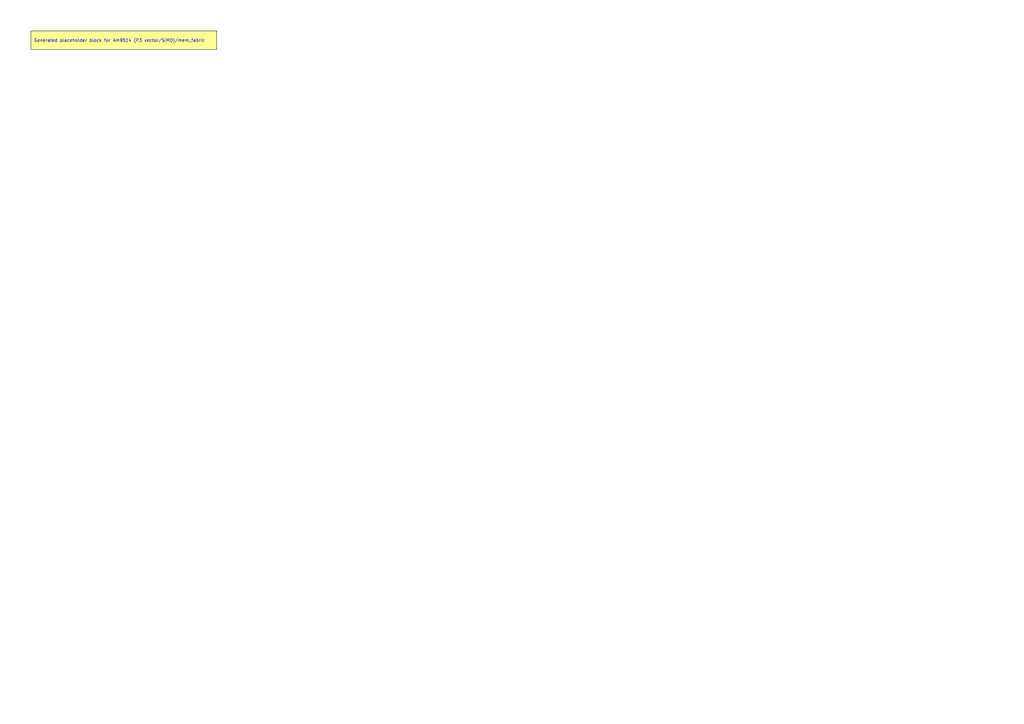
<source format=kicad_sch>
(kicad_sch
	(version 20250114)
	(generator "kicadgen")
	(generator_version "0.2")
	(uuid "21f7dd71-b8b3-553c-8487-97c2d06e8cb6")
	(paper "A3")
	(title_block
		(title "Am9514 (P3 vector/SIMD)::mem_fabric")
		(company "Project Carbon")
		(comment 1 "Generated - do not edit in generated/")
		(comment 2 "Edit in schem/kicad9/manual/ or refine mapping specs")
	)
	(lib_symbols)
	(text_box
		"Generated placeholder block for Am9514 (P3 vector/SIMD)/mem_fabric"
		(exclude_from_sim no)
		(at
			12.7
			12.7
			0
		)
		(size 76.2 7.62)
		(margins
			1.27
			1.27
			1.27
			1.27
		)
		(stroke
			(width 0)
			(type default)
			(color
				0
				0
				0
				1
			)
		)
		(fill
			(type color)
			(color
				255
				255
				150
				1
			)
		)
		(effects
			(font
				(size 1.27 1.27)
			)
			(justify left)
		)
		(uuid "0a5a542c-882a-5b4b-abbd-24d05fa35bd6")
	)
	(sheet_instances
		(path
			"/"
			(page "1")
		)
	)
	(embedded_fonts no)
)

</source>
